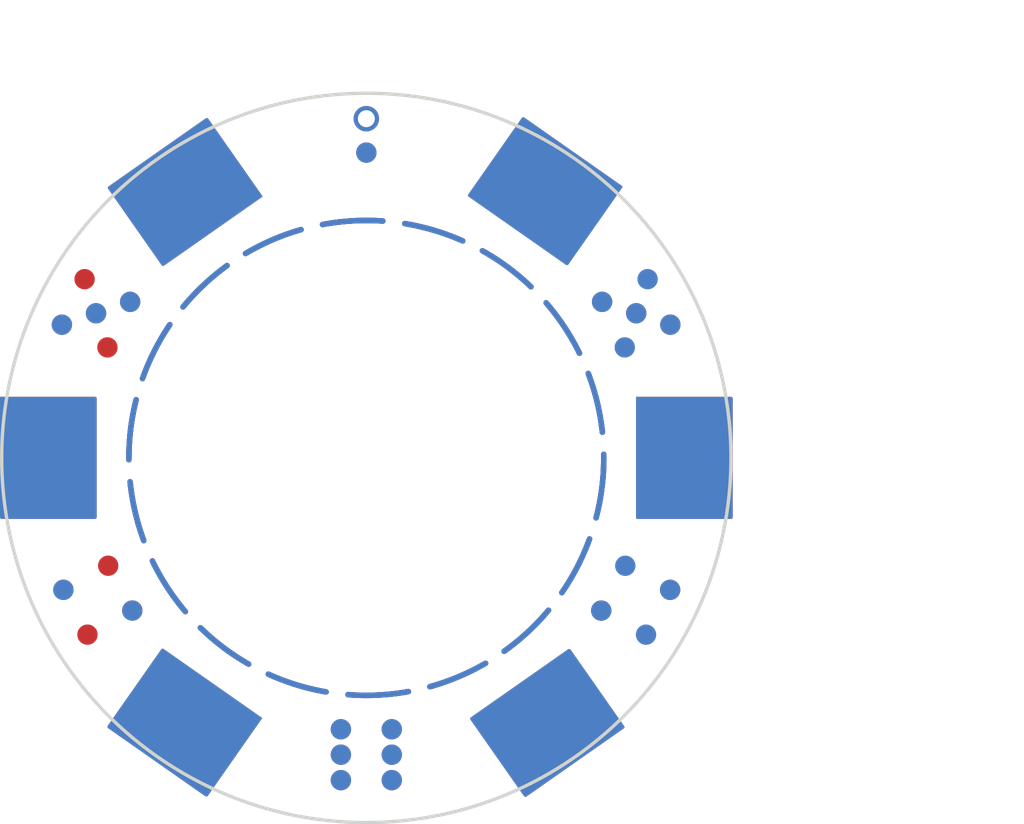
<source format=kicad_pcb>
(kicad_pcb
	(version 20240108)
	(generator "pcbnew")
	(generator_version "8.0")
	(general
		(thickness 1.6)
		(legacy_teardrops no)
	)
	(paper "A4")
	(title_block
		(title "Casino Chip PCB")
		(date "2025-06-01")
		(rev "0")
		(comment 1 "1 mm hole included for use as a keychain")
		(comment 2 "Typical casino chip diameter: 39 mm or 43 mm")
		(comment 3 "Typical casino chip thickness: 3.5 mm")
	)
	(layers
		(0 "F.Cu" signal)
		(31 "B.Cu" signal)
		(32 "B.Adhes" user "B.Adhesive")
		(33 "F.Adhes" user "F.Adhesive")
		(34 "B.Paste" user)
		(35 "F.Paste" user)
		(36 "B.SilkS" user "B.Silkscreen")
		(37 "F.SilkS" user "F.Silkscreen")
		(38 "B.Mask" user)
		(39 "F.Mask" user)
		(40 "Dwgs.User" user "User.Drawings")
		(41 "Cmts.User" user "User.Comments")
		(42 "Eco1.User" user "User.Eco1")
		(43 "Eco2.User" user "User.Eco2")
		(44 "Edge.Cuts" user)
		(45 "Margin" user)
		(46 "B.CrtYd" user "B.Courtyard")
		(47 "F.CrtYd" user "F.Courtyard")
		(48 "B.Fab" user)
		(49 "F.Fab" user)
		(50 "User.1" user)
		(51 "User.2" user)
		(52 "User.3" user)
		(53 "User.4" user)
		(54 "User.5" user)
		(55 "User.6" user)
		(56 "User.7" user)
		(57 "User.8" user)
		(58 "User.9" user)
	)
	(setup
		(pad_to_mask_clearance 0)
		(allow_soldermask_bridges_in_footprints no)
		(pcbplotparams
			(layerselection 0x00310f0_ffffffff)
			(plot_on_all_layers_selection 0x0000000_00000000)
			(disableapertmacros no)
			(usegerberextensions no)
			(usegerberattributes yes)
			(usegerberadvancedattributes yes)
			(creategerberjobfile yes)
			(dashed_line_dash_ratio 12.000000)
			(dashed_line_gap_ratio 3.000000)
			(svgprecision 4)
			(plotframeref no)
			(viasonmask no)
			(mode 1)
			(useauxorigin no)
			(hpglpennumber 1)
			(hpglpenspeed 20)
			(hpglpendiameter 15.000000)
			(pdf_front_fp_property_popups yes)
			(pdf_back_fp_property_popups yes)
			(dxfpolygonmode yes)
			(dxfimperialunits yes)
			(dxfusepcbnewfont yes)
			(psnegative no)
			(psa4output no)
			(plotreference yes)
			(plotvalue yes)
			(plotfptext yes)
			(plotinvisibletext no)
			(sketchpadsonfab no)
			(subtractmaskfromsilk no)
			(outputformat 1)
			(mirror no)
			(drillshape 0)
			(scaleselection 1)
			(outputdirectory "C:/Users/katy/source/repos/casino-chip/gerbers/")
		)
	)
	(net 0 "")
	(gr_circle
		(center 113.848704 109.002673)
		(end 114.348702 109.002673)
		(stroke
			(width 0.2)
			(type solid)
		)
		(fill solid)
		(layer "F.Cu")
		(uuid "0718697c-df5f-494e-8f41-24408fe86d3f")
	)
	(gr_circle
		(center 117.923396 92.146209)
		(end 118.146495 92.593676)
		(stroke
			(width 0.2)
			(type solid)
		)
		(fill solid)
		(layer "F.Cu")
		(uuid "0f90b11d-0f74-463b-98c4-856a58b645f7")
	)
	(gr_poly
		(pts
			(xy 90.594116 80.059385) (xy 93.748786 84.564721) (xy 88.014722 88.579757) (xy 84.860052 84.07442)
		)
		(stroke
			(width 0.2)
			(type solid)
		)
		(fill solid)
		(layer "F.Cu")
		(uuid "21717ff4-9889-41ae-88b2-c21481546ee9")
	)
	(gr_circle
		(center 100 100)
		(end 114 100)
		(stroke
			(width 0.325)
			(type dash)
		)
		(fill none)
		(layer "F.Cu")
		(uuid "23581186-bc82-4a2d-a2e4-168abdae51c1")
	)
	(gr_circle
		(center 101.5 116)
		(end 102 116)
		(stroke
			(width 0.2)
			(type solid)
		)
		(fill solid)
		(layer "F.Cu")
		(uuid "2401984c-65c0-4ecd-943d-f4e9d32c49a5")
	)
	(gr_circle
		(center 101.5 119)
		(end 102 119)
		(stroke
			(width 0.2)
			(type solid)
		)
		(fill solid)
		(layer "F.Cu")
		(uuid "2411aa3d-9624-485e-adf3-1228a103483d")
	)
	(gr_rect
		(start 78.5 96.5)
		(end 84 103.5)
		(stroke
			(width 0.2)
			(type solid)
		)
		(fill solid)
		(layer "F.Cu")
		(uuid "2b2ab17d-5260-44a7-b024-47fcd087bead")
	)
	(gr_poly
		(pts
			(xy 106.096818 84.518056) (xy 109.251488 80.01272) (xy 114.985553 84.027755) (xy 111.830882 88.533091)
		)
		(stroke
			(width 0.2)
			(type solid)
		)
		(fill solid)
		(layer "F.Cu")
		(uuid "2c9f991c-7600-4c7c-a4fa-0ad80727d584")
	)
	(gr_circle
		(center 113.9 90.8)
		(end 114.123099 91.247467)
		(stroke
			(width 0.2)
			(type solid)
		)
		(fill solid)
		(layer "F.Cu")
		(uuid "2fb744ff-95bf-4f63-896e-930cae752902")
	)
	(gr_poly
		(pts
			(xy 87.9887 111.348405) (xy 84.83403 115.853741) (xy 90.568094 119.868776) (xy 93.722764 115.36344)
		)
		(stroke
			(width 0.2)
			(type solid)
		)
		(fill solid)
		(layer "F.Cu")
		(uuid "3c66db87-ce7f-46d8-929a-10f5ac39e54b")
	)
	(gr_circle
		(center 82.137369 107.777286)
		(end 82.577813 107.540627)
		(stroke
			(width 0.2)
			(type solid)
		)
		(fill solid)
		(layer "F.Cu")
		(uuid "3cc9e19a-aae4-443a-8c9c-4079d0d8ba90")
	)
	(gr_circle
		(center 84.78004 106.357327)
		(end 85.220484 106.120668)
		(stroke
			(width 0.2)
			(type solid)
		)
		(fill solid)
		(layer "F.Cu")
		(uuid "4c014642-385f-49a1-a87f-11de89981ea9")
	)
	(gr_circle
		(center 98.5 117.5)
		(end 99 117.5)
		(stroke
			(width 0.2)
			(type solid)
		)
		(fill solid)
		(layer "F.Cu")
		(uuid "5f7d2f0a-5a03-4f72-8368-7cfa6de3862b")
	)
	(gr_circle
		(center 101.5 117.5)
		(end 102 117.5)
		(stroke
			(width 0.2)
			(type solid)
		)
		(fill solid)
		(layer "F.Cu")
		(uuid "62f592e5-3407-4189-870e-93a8d5d3fdc6")
	)
	(gr_circle
		(center 100 82)
		(end 100.5 82)
		(stroke
			(width 0.2)
			(type solid)
		)
		(fill solid)
		(layer "F.Cu")
		(uuid "66c0bd79-4bf9-4b6e-9e6f-40f5d713261d")
	)
	(gr_circle
		(center 115.911699 91.473105)
		(end 116.134798 91.920572)
		(stroke
			(width 0.2)
			(type solid)
		)
		(fill solid)
		(layer "F.Cu")
		(uuid "683e1a36-f52b-4dd2-8ecf-0b77b8da5013")
	)
	(gr_circle
		(center 98.5 116)
		(end 99 116)
		(stroke
			(width 0.2)
			(type solid)
		)
		(fill solid)
		(layer "F.Cu")
		(uuid "6d2e8f8e-8ff2-4f51-9fe1-a6d28bcf1139")
	)
	(gr_circle
		(center 86.073398 90.8)
		(end 85.850299 91.247467)
		(stroke
			(width 0.2)
			(type solid)
		)
		(fill solid)
		(layer "F.Cu")
		(uuid "776d5849-1789-4fba-8041-805bf6ec7b73")
	)
	(gr_circle
		(center 84.061699 91.473105)
		(end 83.8386 91.920572)
		(stroke
			(width 0.2)
			(type solid)
		)
		(fill solid)
		(layer "F.Cu")
		(uuid "7e9e650e-6dc5-4087-adda-ae6fba5321c1")
	)
	(gr_poly
		(pts
			(xy 111.958942 111.364185) (xy 115.113612 115.869521) (xy 109.379548 119.884556) (xy 106.224878 115.37922)
		)
		(stroke
			(width 0.2)
			(type solid)
		)
		(fill solid)
		(layer "F.Cu")
		(uuid "97875809-6b34-4ec6-b61d-6c7a8fd978da")
	)
	(gr_circle
		(center 86.2 109)
		(end 86.640444 108.763341)
		(stroke
			(width 0.2)
			(type solid)
		)
		(fill solid)
		(layer "F.Cu")
		(uuid "9934746a-0b36-4dcd-9662-ce2f53458903")
	)
	(gr_rect
		(start 116 96.5)
		(end 121.5 103.5)
		(stroke
			(width 0.2)
			(type solid)
		)
		(fill solid)
		(layer "F.Cu")
		(uuid "b603a362-3fce-4274-b740-317d114932d2")
	)
	(gr_circle
		(center 84.734805 93.484803)
		(end 84.511706 93.93227)
		(stroke
			(width 0.2)
			(type solid)
		)
		(fill solid)
		(layer "F.Cu")
		(uuid "b72396bc-72c5-4dd7-a48c-741bda4845ae")
	)
	(gr_circle
		(center 83.388595 89.461406)
		(end 83.165496 89.908873)
		(stroke
			(width 0.2)
			(type solid)
		)
		(fill solid)
		(layer "F.Cu")
		(uuid "b95e1dff-1b06-4db7-ba1a-98829bf3e94d")
	)
	(gr_circle
		(center 98.5 119)
		(end 99 119)
		(stroke
			(width 0.2)
			(type solid)
		)
		(fill solid)
		(layer "F.Cu")
		(uuid "bcf776e0-e62c-4b57-bf0d-583226eefb0b")
	)
	(gr_circle
		(center 117.911335 107.779959)
		(end 117.470891 107.5433)
		(stroke
			(width 0.2)
			(type solid)
		)
		(fill solid)
		(layer "F.Cu")
		(uuid "db08403a-3d06-455c-bb8f-871d67ea5bb7")
	)
	(gr_circle
		(center 82.050002 92.146209)
		(end 81.826903 92.593676)
		(stroke
			(width 0.2)
			(type solid)
		)
		(fill solid)
		(layer "F.Cu")
		(uuid "e954273d-f334-49d3-9e3a-875aaba42bd0")
	)
	(gr_circle
		(center 83.557328 110.419958)
		(end 83.997772 110.183299)
		(stroke
			(width 0.2)
			(type solid)
		)
		(fill solid)
		(layer "F.Cu")
		(uuid "f2dd0932-8c97-4b52-a33d-85867b7e91ce")
	)
	(gr_poly
		(pts
			(xy 111.958942 111.364185) (xy 115.113612 115.869521) (xy 109.379548 119.884556) (xy 106.224878 115.37922)
		)
		(stroke
			(width 0.2)
			(type solid)
		)
		(fill solid)
		(layer "B.Cu")
		(uuid "076f7888-c33a-45d7-8421-59ce9efd603b")
	)
	(gr_circle
		(center 82.050002 92.146209)
		(end 82.550002 92.146209)
		(stroke
			(width 0.2)
			(type solid)
		)
		(fill solid)
		(layer "B.Cu")
		(uuid "1b821465-93e6-47d7-8d41-c182dee6c080")
	)
	(gr_circle
		(center 115.911699 91.473105)
		(end 116.411699 91.473105)
		(stroke
			(width 0.2)
			(type solid)
		)
		(fill solid)
		(layer "B.Cu")
		(uuid "223549d8-60d2-494d-8fad-8149d731a4a1")
	)
	(gr_circle
		(center 98.5 117.5)
		(end 99 117.5)
		(stroke
			(width 0.2)
			(type solid)
		)
		(fill solid)
		(layer "B.Cu")
		(uuid "34d78b4f-aaff-4005-829d-f0a64dd06e05")
	)
	(gr_circle
		(center 113.9 90.8)
		(end 114.4 90.8)
		(stroke
			(width 0.2)
			(type solid)
		)
		(fill solid)
		(layer "B.Cu")
		(uuid "3e8194b8-f334-460d-98e5-1e9785780e7a")
	)
	(gr_circle
		(center 84.061699 91.473105)
		(end 84.561699 91.473105)
		(stroke
			(width 0.2)
			(type solid)
		)
		(fill solid)
		(layer "B.Cu")
		(uuid "3fb93803-58a2-4cd1-9049-39dd2dccbe58")
	)
	(gr_circle
		(center 100 100)
		(end 114 100)
		(stroke
			(width 0.325)
			(type dash)
		)
		(fill none)
		(layer "B.Cu")
		(uuid "3fe73380-4a7e-4aa1-a67a-8516271d8a0e")
	)
	(gr_poly
		(pts
			(xy 90.594116 80.059385) (xy 93.748786 84.564721) (xy 88.014722 88.579757) (xy 84.860052 84.07442)
		)
		(stroke
			(width 0.2)
			(type solid)
		)
		(fill solid)
		(layer "B.Cu")
		(uuid "482c164c-72be-421f-b154-e0a8eef77b89")
	)
	(gr_circle
		(center 100 82)
		(end 100.5 82)
		(stroke
			(width 0.2)
			(type solid)
		)
		(fill solid)
		(layer "B.Cu")
		(uuid "5e4f6637-bb00-4708-b84d-08c6d00cd092")
	)
	(gr_circle
		(center 115.238593 93.484803)
		(end 115.738593 93.484803)
		(stroke
			(width 0.2)
			(type solid)
		)
		(fill solid)
		(layer "B.Cu")
		(uuid "61793b9e-7c5a-4bb7-b520-589b892554a8")
	)
	(gr_circle
		(center 82.137369 107.777286)
		(end 82.637367 107.777286)
		(stroke
			(width 0.2)
			(type solid)
		)
		(fill solid)
		(layer "B.Cu")
		(uuid "61c99490-45b8-4313-a4cf-abadd4551cf9")
	)
	(gr_rect
		(start 78.5 96.5)
		(end 84 103.5)
		(stroke
			(width 0.2)
			(type solid)
		)
		(fill solid)
		(layer "B.Cu")
		(uuid "6bd5f010-b0b0-4100-a679-96cf70905a6c")
	)
	(gr_circle
		(center 117.923396 92.146209)
		(end 118.423396 92.146209)
		(stroke
			(width 0.2)
			(type solid)
		)
		(fill solid)
		(layer "B.Cu")
		(uuid "7c755dcd-82d9-40b0-9080-ea05c06e1185")
	)
	(gr_rect
		(start 116 96.5)
		(end 121.5 103.5)
		(stroke
			(width 0.2)
			(type solid)
		)
		(fill solid)
		(layer "B.Cu")
		(uuid "96ad5409-8352-4e21-bcc8-9ad98802406b")
	)
	(gr_circle
		(center 116.491376 110.422631)
		(end 116.991374 110.422631)
		(stroke
			(width 0.2)
			(type solid)
		)
		(fill solid)
		(layer "B.Cu")
		(uuid "a1b6f8c3-9683-4239-beea-6fdf23bf563c")
	)
	(gr_circle
		(center 116.584803 89.461406)
		(end 117.084803 89.461406)
		(stroke
			(width 0.2)
			(type solid)
		)
		(fill solid)
		(layer "B.Cu")
		(uuid "a3af58ae-53a0-4b16-b4a3-1ba96d4f6e22")
	)
	(gr_circle
		(center 101.5 116)
		(end 102 116)
		(stroke
			(width 0.2)
			(type solid)
		)
		(fill solid)
		(layer "B.Cu")
		(uuid "ba39a41c-5cc7-4daa-93be-94b7067dc8f8")
	)
	(gr_circle
		(center 101.5 117.5)
		(end 102 117.5)
		(stroke
			(width 0.2)
			(type solid)
		)
		(fill solid)
		(layer "B.Cu")
		(uuid "d6d4aaa5-3440-4033-baeb-a2361850ba30")
	)
	(gr_circle
		(center 115.268664 106.36)
		(end 115.768662 106.36)
		(stroke
			(width 0.2)
			(type solid)
		)
		(fill solid)
		(layer "B.Cu")
		(uuid "d9b05ba0-3fc0-44cb-8106-a774469e8cbc")
	)
	(gr_circle
		(center 98.5 116)
		(end 99 116)
		(stroke
			(width 0.2)
			(type solid)
		)
		(fill solid)
		(layer "B.Cu")
		(uuid "e510cddb-0a62-4a18-bf6b-b288fa4371f4")
	)
	(gr_circle
		(center 86.2 109)
		(end 86.699998 109)
		(stroke
			(width 0.2)
			(type solid)
		)
		(fill solid)
		(layer "B.Cu")
		(uuid "e647f3b0-e6cc-474e-8c59-204f68a0d9d8")
	)
	(gr_poly
		(pts
			(xy 87.9887 111.348405) (xy 84.83403 115.853741) (xy 90.568094 119.868776) (xy 93.722764 115.36344)
		)
		(stroke
			(width 0.2)
			(type solid)
		)
		(fill solid)
		(layer "B.Cu")
		(uuid "e9d7a07f-cac3-4cab-8c08-1bda4a944689")
	)
	(gr_circle
		(center 98.5 119)
		(end 99 119)
		(stroke
			(width 0.2)
			(type solid)
		)
		(fill solid)
		(layer "B.Cu")
		(uuid "ed2812e0-2f5f-42d2-89f1-0ebe934fff52")
	)
	(gr_circle
		(center 101.5 119)
		(end 102 119)
		(stroke
			(width 0.2)
			(type solid)
		)
		(fill solid)
		(layer "B.Cu")
		(uuid "ed676d70-2bb6-4643-87c0-33a00f28728e")
	)
	(gr_circle
		(center 86.073398 90.8)
		(end 86.573398 90.8)
		(stroke
			(width 0.2)
			(type solid)
		)
		(fill solid)
		(layer "B.Cu")
		(uuid "f56a4a76-a204-4a4d-a9e9-df2abc3cc5fc")
	)
	(gr_circle
		(center 113.848704 109.002673)
		(end 114.348702 109.002673)
		(stroke
			(width 0.2)
			(type solid)
		)
		(fill solid)
		(layer "B.Cu")
		(uuid "f639b840-385a-44aa-9495-f7ece7784ed2")
	)
	(gr_poly
		(pts
			(xy 106.096818 84.518056) (xy 109.251488 80.01272) (xy 114.985553 84.027755) (xy 111.830882 88.533091)
		)
		(stroke
			(width 0.2)
			(type solid)
		)
		(fill solid)
		(layer "B.Cu")
		(uuid "f65b195e-ea29-4801-b636-354c0d69b9bb")
	)
	(gr_circle
		(center 117.911335 107.779959)
		(end 118.411333 107.779959)
		(stroke
			(width 0.2)
			(type solid)
		)
		(fill solid)
		(layer "B.Cu")
		(uuid "fb16f998-ed69-41dd-ae06-be79a130b582")
	)
	(gr_circle
		(center 86.073398 90.8)
		(end 86.573398 90.8)
		(stroke
			(width 0.2)
			(type solid)
		)
		(fill solid)
		(layer "B.Mask")
		(uuid "07b978ef-776b-439b-9881-dec694246f05")
	)
	(gr_poly
		(pts
			(xy 87.9887 111.348405) (xy 84.83403 115.853741) (xy 90.568094 119.868776) (xy 93.722764 115.36344)
		)
		(stroke
			(width 0.2)
			(type solid)
		)
		(fill solid)
		(layer "B.Mask")
		(uuid "2169e7a1-bf1d-466c-8fe2-7dc175d95375")
	)
	(gr_rect
		(start 78.5 96.5)
		(end 84 103.5)
		(stroke
			(width 0.2)
			(type solid)
		)
		(fill solid)
		(layer "B.Mask")
		(uuid "226efbc4-ea21-4536-90fc-3b3e90fb5b5f")
	)
	(gr_circle
		(center 98.5 119)
		(end 99 119)
		(stroke
			(width 0.2)
			(type solid)
		)
		(fill solid)
		(layer "B.Mask")
		(uuid "2792bb1e-efae-478e-ab1f-9f86917d7d2b")
	)
	(gr_circle
		(center 115.911699 91.473105)
		(end 116.411699 91.473105)
		(stroke
			(width 0.2)
			(type solid)
		)
		(fill solid)
		(layer "B.Mask")
		(uuid "28a574eb-4eb6-4a39-a677-3cd87310f4c4")
	)
	(gr_poly
		(pts
			(xy 111.958942 111.364185) (xy 115.113612 115.869521) (xy 109.379548 119.884556) (xy 106.224878 115.37922)
		)
		(stroke
			(width 0.2)
			(type solid)
		)
		(fill solid)
		(layer "B.Mask")
		(uuid "30f0ba07-3a04-44b5-bc65-b045e474b6e6")
	)
	(gr_circle
		(center 113.848704 109.002673)
		(end 114.348702 109.002673)
		(stroke
			(width 0.2)
			(type solid)
		)
		(fill solid)
		(layer "B.Mask")
		(uuid "338491e3-dd97-4530-8ed7-e36227d35bdd")
	)
	(gr_circle
		(center 101.5 119)
		(end 102 119)
		(stroke
			(width 0.2)
			(type solid)
		)
		(fill solid)
		(layer "B.Mask")
		(uuid "33ba1404-06c0-4948-af31-2e9d7338fd38")
	)
	(gr_circle
		(center 117.923396 92.146209)
		(end 118.423396 92.146209)
		(stroke
			(width 0.2)
			(type solid)
		)
		(fill solid)
		(layer "B.Mask")
		(uuid "36cd2453-615e-4666-adbf-7198ee7a88e3")
	)
	(gr_circle
		(center 82.050002 92.146209)
		(end 82.550002 92.146209)
		(stroke
			(width 0.2)
			(type solid)
		)
		(fill solid)
		(layer "B.Mask")
		(uuid "3a973601-3b55-4c95-b1f7-3d8cc73ffd15")
	)
	(gr_circle
		(center 100 82)
		(end 100.5 82)
		(stroke
			(width 0.2)
			(type solid)
		)
		(fill solid)
		(layer "B.Mask")
		(uuid "536bcb59-2f88-444c-9b52-1c4b6cdea28e")
	)
	(gr_circle
		(center 113.9 90.8)
		(end 114.4 90.8)
		(stroke
			(width 0.2)
			(type solid)
		)
		(fill solid)
		(layer "B.Mask")
		(uuid "6457b5bc-0b58-4399-86e8-6e1d555226b5")
	)
	(gr_rect
		(start 116 96.5)
		(end 121.5 103.5)
		(stroke
			(width 0.2)
			(type solid)
		)
		(fill solid)
		(layer "B.Mask")
		(uuid "652e6b81-6665-4393-9afe-1ac636d3d370")
	)
	(gr_poly
		(pts
			(xy 90.594116 80.059385) (xy 93.748786 84.564721) (xy 88.014722 88.579757) (xy 84.860052 84.07442)
		)
		(stroke
			(width 0.2)
			(type solid)
		)
		(fill solid)
		(layer "B.Mask")
		(uuid "660f0676-d490-46c4-8f0e-0ffb6065b0ff")
	)
	(gr_circle
		(center 116.584803 89.461406)
		(end 117.084803 89.461406)
		(stroke
			(width 0.2)
			(type solid)
		)
		(fill solid)
		(layer "B.Mask")
		(uuid "690b984a-95c9-4da4-adff-65afe500791e")
	)
	(gr_poly
		(pts
			(xy 106.096818 84.518056) (xy 109.251488 80.01272) (xy 114.985553 84.027755) (xy 111.830882 88.533091)
		)
		(stroke
			(width 0.2)
			(type solid)
		)
		(fill solid)
		(layer "B.Mask")
		(uuid "69e07731-f52b-4e11-b76c-62ff3dd9f320")
	)
	(gr_circle
		(center 86.2 109)
		(end 86.699998 109)
		(stroke
			(width 0.2)
			(type solid)
		)
		(fill solid)
		(layer "B.Mask")
		(uuid "7503e5be-f759-4d8f-a16a-dabd3df96ca5")
	)
	(gr_circle
		(center 101.5 116)
		(end 102 116)
		(stroke
			(width 0.2)
			(type solid)
		)
		(fill solid)
		(layer "B.Mask")
		(uuid "75ba1f58-16ad-458b-9acb-c1f24d565825")
	)
	(gr_circle
		(center 98.5 117.5)
		(end 99 117.5)
		(stroke
			(width 0.2)
			(type solid)
		)
		(fill solid)
		(layer "B.Mask")
		(uuid "79dc41b6-af5c-4fa7-9ec3-816954ec32d7")
	)
	(gr_circle
		(center 117.911335 107.779979)
		(end 118.411333 107.779979)
		(stroke
			(width 0.2)
			(type solid)
		)
		(fill solid)
		(layer "B.Mask")
		(uuid "7aeb88ca-d531-4b3c-bc6e-c5685069798d")
	)
	(gr_circle
		(center 98.5 116)
		(end 99 116)
		(stroke
			(width 0.2)
			(type solid)
		)
		(fill solid)
		(layer "B.Mask")
		(uuid "7fdc88e3-3765-4788-a42d-92acbe7cc8d0")
	)
	(gr_circle
		(center 100 100)
		(end 114 100)
		(stroke
			(width 0.325)
			(type dash)
		)
		(fill none)
		(layer "B.Mask")
		(uuid "80a447d3-6e5e-447a-9599-ca7a296513b1")
	)
	(gr_circle
		(center 115.238593 93.484803)
		(end 115.738593 93.484803)
		(stroke
			(width 0.2)
			(type solid)
		)
		(fill solid)
		(layer "B.Mask")
		(uuid "82c7576b-acab-4f7a-a345-33b5e370142f")
	)
	(gr_circle
		(center 115.268664 106.36002)
		(end 115.768662 106.36002)
		(stroke
			(width 0.2)
			(type solid)
		)
		(fill solid)
		(layer "B.Mask")
		(uuid "8f381321-0968-432f-b27c-0469ad39a651")
	)
	(gr_circle
		(center 84.061699 91.473105)
		(end 84.561699 91.473105)
		(stroke
			(width 0.2)
			(type solid)
		)
		(fill solid)
		(layer "B.Mask")
		(uuid "a319a285-3964-4273-acfa-cecbddfafc4a")
	)
	(gr_circle
		(center 116.491376 110.422651)
		(end 116.991374 110.422651)
		(stroke
			(width 0.2)
			(type solid)
		)
		(fill solid)
		(layer "B.Mask")
		(uuid "b6473a38-e5ba-408e-81e3-6f3ea390e235")
	)
	(gr_circle
		(center 82.137369 107.777286)
		(end 82.637367 107.777286)
		(stroke
			(width 0.2)
			(type solid)
		)
		(fill solid)
		(layer "B.Mask")
		(uuid "e0ef3ffc-23f4-4db1-8cec-c126273a3a62")
	)
	(gr_circle
		(center 101.5 117.5)
		(end 102 117.5)
		(stroke
			(width 0.2)
			(type solid)
		)
		(fill solid)
		(layer "B.Mask")
		(uuid "f2d46991-0270-4aec-b244-e2cb95f4985b")
	)
	(gr_circle
		(center 101.5 116)
		(end 102 116)
		(stroke
			(width 0.2)
			(type solid)
		)
		(fill solid)
		(layer "F.Mask")
		(uuid "115b0878-532b-49f3-9528-8f45c5aa1a44")
	)
	(gr_circle
		(center 113.848704 109.002673)
		(end 114.348702 109.002673)
		(stroke
			(width 0.2)
			(type solid)
		)
		(fill solid)
		(layer "F.Mask")
		(uuid "27b63122-94af-4d03-8f41-d0af85fd1328")
	)
	(gr_circle
		(center 98.5 117.5)
		(end 99 117.5)
		(stroke
			(width 0.2)
			(type solid)
		)
		(fill solid)
		(layer "F.Mask")
		(uuid "3b1e8794-60e9-45e9-a587-b7ebdcf1b940")
	)
	(gr_circle
		(center 115.911699 91.473105)
		(end 116.134798 91.920572)
		(stroke
			(width 0.2)
			(type solid)
		)
		(fill solid)
		(layer "F.Mask")
		(uuid "46fe347c-494f-4076-a5a8-7cabe9c18fb6")
	)
	(gr_circle
		(center 117.923396 92.146209)
		(end 118.146495 92.593676)
		(stroke
			(width 0.2)
			(type solid)
		)
		(fill solid)
		(layer "F.Mask")
		(uuid "537d9478-72da-49ec-972a-dc6fe96260ab")
	)
	(gr_rect
		(start 78.5 96.5)
		(end 84 103.5)
		(stroke
			(width 0.2)
			(type solid)
		)
		(fill solid)
		(layer "F.Mask")
		(uuid "618b33da-9587-431c-ace8-c59ba388ec20")
	)
	(gr_circle
		(center 100 82)
		(end 100.5 82)
		(stroke
			(width 0.2)
			(type solid)
		)
		(fill solid)
		(layer "F.Mask")
		(uuid "65d708d4-cd4f-4ede-a3f2-cbdfdf47c29a")
	)
	(gr_circle
		(center 101.5 117.5)
		(end 102 117.5)
		(stroke
			(width 0.2)
			(type solid)
		)
		(fill solid)
		(layer "F.Mask")
		(uuid "686c4138-9a29-446e-bad9-6d80992b605d")
	)
	(gr_circle
		(center 98.5 116)
		(end 99 116)
		(stroke
			(width 0.2)
			(type solid)
		)
		(fill solid)
		(layer "F.Mask")
		(uuid "71df7d57-15bd-425c-8217-0de09e7361fd")
	)
	(gr_circle
		(center 98.5 119)
		(end 99 119)
		(stroke
			(width 0.2)
			(type solid)
		)
		(fill solid)
		(layer "F.Mask")
		(uuid "751154b2-e330-439c-864d-097dea8bc555")
	)
	(gr_circle
		(center 113.9 90.8)
		(end 114.123099 91.247467)
		(stroke
			(width 0.2)
			(type solid)
		)
		(fill solid)
		(layer "F.Mask")
		(uuid "7e46212e-0dab-4d39-9b3c-26416e39c4f8")
	)
	(gr_poly
		(pts
			(xy 106.096818 84.518056) (xy 109.251488 80.01272) (xy 114.985553 84.027755) (xy 111.830882 88.533091)
		)
		(stroke
			(width 0.2)
			(type solid)
		)
		(fill solid)
		(layer "F.Mask")
		(uuid "829c73d6-1aa7-4c8d-b671-a60bf6912a55")
	)
	(gr_rect
		(start 116 96.5)
		(end 121.5 103.5)
		(stroke
			(width 0.2)
			(type solid)
		)
		(fill solid)
		(layer "F.Mask")
		(uuid "852296c0-2694-4043-986d-8e91fd925c83")
	)
	(gr_circle
		(center 82.050002 92.146209)
		(end 81.826903 92.593676)
		(stroke
			(width 0.2)
			(type solid)
		)
		(fill solid)
		(layer "F.Mask")
		(uuid "886ee83b-2fdf-4f1a-beb8-95935ff315ea")
	)
	(gr_circle
		(center 100 100)
		(end 114 100)
		(stroke
			(width 0.325)
			(type dash)
		)
		(fill none)
		(layer "F.Mask")
		(uuid "ab1344f4-65ed-4f2b-8515-a1fe8854d291")
	)
	(gr_circle
		(center 117.911335 107.779979)
		(end 118.411333 107.779979)
		(stroke
			(width 0.2)
			(type solid)
		)
		(fill solid)
		(layer "F.Mask")
		(uuid "ad9bf8f0-70f6-4a27-a5ee-51411e3f3581")
	)
	(gr_poly
		(pts
			(xy 87.9887 111.348405) (xy 84.83403 115.853741) (xy 90.568094 119.868776) (xy 93.722764 115.36344)
		)
		(stroke
			(width 0.2)
			(type solid)
		)
		(fill solid)
		(layer "F.Mask")
		(uuid "c2e48ac5-6515-4cb9-b3d9-2d63e89f7a73")
	)
	(gr_circle
		(center 86.073398 90.8)
		(end 85.850299 91.247467)
		(stroke
			(width 0.2)
			(type solid)
		)
		(fill solid)
		(layer "F.Mask")
		(uuid "c66141f9-884d-47db-9ea7-b2f3e3efcb8f")
	)
	(gr_circle
		(center 82.137369 107.777286)
		(end 82.577813 107.540627)
		(stroke
			(width 0.2)
			(type solid)
		)
		(fill solid)
		(layer "F.Mask")
		(uuid "ccba6776-b6df-4f6a-a267-202b9f00b370")
	)
	(gr_poly
		(pts
			(xy 111.958942 111.364185) (xy 115.113612 115.869521) (xy 109.379548 119.884556) (xy 106.224878 115.37922)
		)
		(stroke
			(width 0.2)
			(type solid)
		)
		(fill solid)
		(layer "F.Mask")
		(uuid "d49a4344-adec-4f96-8b62-a5b088fbb45c")
	)
	(gr_circle
		(center 84.061699 91.473105)
		(end 83.8386 91.920572)
		(stroke
			(width 0.2)
			(type solid)
		)
		(fill solid)
		(layer "F.Mask")
		(uuid "d4bea909-aa00-4ddb-bb7c-2b0ed7e42a18")
	)
	(gr_circle
		(center 83.388595 89.461406)
		(end 83.165496 89.908873)
		(stroke
			(width 0.2)
			(type solid)
		)
		(fill solid)
		(layer "F.Mask")
		(uuid "d584698c-4c66-4e0d-a056-161585adbf6e")
	)
	(gr_circle
		(center 84.78004 106.357327)
		(end 85.220484 106.120668)
		(stroke
			(width 0.2)
			(type solid)
		)
		(fill solid)
		(layer "F.Mask")
		(uuid "da8f7880-37bf-4e9d-ab98-3ac2fbb8340b")
	)
	(gr_circle
		(center 83.557328 110.419958)
		(end 83.997772 110.183299)
		(stroke
			(width 0.2)
			(type solid)
		)
		(fill solid)
		(layer "F.Mask")
		(uuid "daf6b155-fcc9-4f56-bee0-0a4b0477c4fb")
	)
	(gr_circle
		(center 101.5 119)
		(end 102 119)
		(stroke
			(width 0.2)
			(type solid)
		)
		(fill solid)
		(layer "F.Mask")
		(uuid "de758d7d-4c86-4a2e-8d31-5fe82861117f")
	)
	(gr_circle
		(center 86.2 109)
		(end 86.640444 108.763341)
		(stroke
			(width 0.2)
			(type solid)
		)
		(fill solid)
		(layer "F.Mask")
		(uuid "dffc95bc-baf2-44b5-99bc-01952d3e0622")
	)
	(gr_poly
		(pts
			(xy 90.594116 80.059385) (xy 93.748786 84.564721) (xy 88.014722 88.579757) (xy 84.860052 84.07442)
		)
		(stroke
			(width 0.2)
			(type solid)
		)
		(fill solid)
		(layer "F.Mask")
		(uuid "e6631e3b-13ab-423d-ab7b-dc39e29b827b")
	)
	(gr_circle
		(center 84.734805 93.484803)
		(end 84.511706 93.93227)
		(stroke
			(width 0.2)
			(type solid)
		)
		(fill solid)
		(layer "F.Mask")
		(uuid "f7aec589-c799-488d-b9e5-8b276e84ddb5")
	)
	(gr_circle
		(center 100 100)
		(end 121.5 100)
		(stroke
			(width 0.2)
			(type default)
		)
		(fill none)
		(layer "Edge.Cuts")
		(uuid "5a8fa965-5ed8-4ccd-92ae-636d45e4ad1d")
	)
	(dimension
		(type orthogonal)
		(layer "F.Fab")
		(uuid "b3f2bd7d-04ed-4754-b431-83ff71332bc0")
		(pts
			(xy 100 121.5) (xy 100 78.5)
		)
		(height 35)
		(orientation 1)
		(gr_text "43.0000 mm"
			(at 133.85 100 90)
			(layer "F.Fab")
			(uuid "b3f2bd7d-04ed-4754-b431-83ff71332bc0")
			(effects
				(font
					(size 1 1)
					(thickness 0.15)
				)
			)
		)
		(format
			(prefix "")
			(suffix "")
			(units 3)
			(units_format 1)
			(precision 4)
		)
		(style
			(thickness 0.1)
			(arrow_length 1.27)
			(text_position_mode 0)
			(extension_height 0.58642)
			(extension_offset 0.5) keep_text_aligned)
	)
	(dimension
		(type orthogonal)
		(layer "F.Fab")
		(uuid "b9ec5c22-3661-40a3-9691-887f3eaad189")
		(pts
			(xy 99.5 80) (xy 100.5 80)
		)
		(height -5)
		(orientation 0)
		(gr_text "1.0000 mm"
			(at 100 73.85 0)
			(layer "F.Fab")
			(uuid "b9ec5c22-3661-40a3-9691-887f3eaad189")
			(effects
				(font
					(size 1 1)
					(thickness 0.15)
				)
			)
		)
		(format
			(prefix "")
			(suffix "")
			(units 3)
			(units_format 1)
			(precision 4)
		)
		(style
			(thickness 0.1)
			(arrow_length 1.27)
			(text_position_mode 0)
			(extension_height 0.58642)
			(extension_offset 0.5) keep_text_aligned)
	)
	(via
		(at 100 80)
		(size 1.5)
		(drill 1)
		(layers "F.Cu" "B.Cu")
		(net 0)
		(uuid "fea43cdc-e8f3-43f9-b25d-f94f9d38a690")
	)
)

</source>
